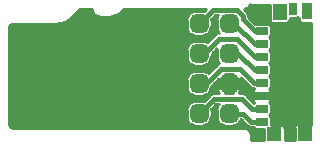
<source format=gbr>
G04 Generated by Ultiboard 14.3 *
%FSLAX34Y34*%
%MOMM*%

%ADD10C,0.0001*%
%ADD11C,0.2540*%
%ADD12C,0.0010*%
%ADD13C,0.4326*%
%ADD14C,1.00000*%
%ADD15C,0.4000*%
%ADD16R,1.2000X1.1500*%
%ADD17R,1.0000X0.7000*%
%ADD18R,1.2000X1.4500*%
%ADD19R,0.9000X1.4000*%
%ADD20R,0.7000X1.0000*%


G04 ColorRGB 00FF00 for the following layer *
%LNcopper top*%
%LPD*%
G54D10*
G36*
X239340Y38448D02*
X239340Y38448D01*
X227340Y38448D01*
G75*
D01*
G02X224788Y41000I0J2552*
G01*
X224788Y41000D01*
X224788Y54209D01*
X208687Y54209D01*
G74*
D01*
G02X204470Y50709I4217J791*
G01*
X204470Y50709D01*
X202987Y50709D01*
X205520Y48176D01*
G74*
D01*
G02X206910Y44829I3336J3347*
G01*
X206910Y44829D01*
X206910Y43666D01*
X212649Y37927D01*
G75*
D01*
G02X213440Y38052I791J-2427*
G01*
X213440Y38052D01*
X223440Y38052D01*
G74*
D01*
G02X225992Y35500I0J2552*
G01*
X225992Y35500D01*
X225992Y28500D01*
G75*
D01*
G02X225026Y26500I-2552J0*
G01*
G74*
D01*
G02X225992Y24500I1586J2000*
G01*
X225992Y24500D01*
X225992Y17500D01*
G75*
D01*
G02X225026Y15500I-2552J0*
G01*
G74*
D01*
G02X225992Y13500I1586J2000*
G01*
X225992Y13500D01*
X225992Y6500D01*
G74*
D01*
G02X225026Y4500I2552J0*
G01*
G74*
D01*
G02X225992Y2500I1586J2000*
G01*
X225992Y2500D01*
X225992Y-4500D01*
G75*
D01*
G02X225026Y-6500I-2552J0*
G01*
G74*
D01*
G02X225992Y-8500I1586J2000*
G01*
X225992Y-8500D01*
X225992Y-15500D01*
G75*
D01*
G02X225026Y-17500I-2552J0*
G01*
G74*
D01*
G02X225992Y-19500I1586J2000*
G01*
X225992Y-19500D01*
X225992Y-20854D01*
X210888Y-20854D01*
X210888Y-19500D01*
G74*
D01*
G02X211854Y-17500I2552J0*
G01*
G74*
D01*
G02X211195Y-16714I1586J2000*
G01*
G74*
D01*
G02X210357Y-16579I332J4714*
G01*
G74*
D01*
G02X208185Y-15342I1170J4579*
G01*
X208185Y-15342D01*
X200895Y-8051D01*
G74*
D01*
G02X201039Y-8949I7395J1649*
G01*
X201039Y-8949D01*
X194251Y-8949D01*
X194251Y-4862D01*
X186749Y-4862D01*
X186749Y-8949D01*
X181122Y-8949D01*
X175676Y-14395D01*
X175676Y-15700D01*
G75*
D01*
G02X168100Y-23276I-7576J0*
G01*
X168100Y-23276D01*
X162100Y-23276D01*
G75*
D01*
G02X154524Y-15700I0J7576*
G01*
X154524Y-15700D01*
X154524Y-9700D01*
G75*
D01*
G02X162100Y-2124I7576J0*
G01*
X162100Y-2124D01*
X168100Y-2124D01*
G74*
D01*
G02X172882Y-3823I0J7576*
G01*
X172882Y-3823D01*
X179910Y3206D01*
G74*
D01*
G02X181481Y4245I3342J3342*
G01*
G74*
D01*
G02X182052Y4435I1771J4381*
G01*
G75*
D01*
G02X179924Y9700I5448J5265*
G01*
X179924Y9700D01*
X179924Y15700D01*
G74*
D01*
G02X180014Y16867I7576J0*
G01*
X180014Y16867D01*
X175676Y12529D01*
X175676Y9700D01*
G74*
D01*
G02X168100Y2124I7576J0*
G01*
X168100Y2124D01*
X162100Y2124D01*
G75*
D01*
G02X154524Y9700I0J7576*
G01*
X154524Y9700D01*
X154524Y15700D01*
G75*
D01*
G02X162100Y23276I7576J0*
G01*
X162100Y23276D01*
X168100Y23276D01*
G74*
D01*
G02X171985Y22204I0J7576*
G01*
X171985Y22204D01*
X178404Y28624D01*
G74*
D01*
G02X180196Y29746I3342J3342*
G01*
G75*
D01*
G02X181746Y30008I1550J-4464*
G01*
X181746Y30008D01*
X181890Y30008D01*
G75*
D01*
G02X179924Y35100I5610J5092*
G01*
X179924Y35100D01*
X179924Y41100D01*
G74*
D01*
G02X180997Y44988I7576J0*
G01*
X180997Y44988D01*
X178671Y44988D01*
X175629Y41946D01*
G74*
D01*
G02X175676Y41100I7529J846*
G01*
X175676Y41100D01*
X175676Y35100D01*
G75*
D01*
G02X168100Y27524I-7576J0*
G01*
X168100Y27524D01*
X162100Y27524D01*
G75*
D01*
G02X154524Y35100I0J7576*
G01*
X154524Y35100D01*
X154524Y41100D01*
G75*
D01*
G02X162100Y48676I7576J0*
G01*
X162100Y48676D01*
X168100Y48676D01*
G74*
D01*
G02X168946Y48629I0J7576*
G01*
X168946Y48629D01*
X171026Y50709D01*
X101356Y50709D01*
X96708Y46140D01*
G74*
D01*
G02X96371Y45842I3008J3060*
G01*
G74*
D01*
G02X91490Y43750I5510J6115*
G01*
G74*
D01*
G02X90900Y43709I590J4250*
G01*
X90900Y43709D01*
X80900Y43709D01*
G75*
D01*
G02X80107Y43783I0J4291*
G01*
G74*
D01*
G02X74683Y49207I837J6261*
G01*
G75*
D01*
G02X74609Y50000I4217J793*
G01*
X74609Y50000D01*
X74609Y50709D01*
X64077Y50709D01*
X53420Y40152D01*
G74*
D01*
G02X53048Y39824I3020J3048*
G01*
G74*
D01*
G02X48218Y37754I5518J6205*
G01*
G74*
D01*
G02X47600Y37709I618J4246*
G01*
X47600Y37709D01*
X8000Y37709D01*
G75*
D01*
G02X7791Y37714I0J4291*
G01*
G74*
D01*
G03X4286Y34209I245J3750*
G01*
G74*
D01*
G02X4291Y34000I4286J209*
G01*
X4291Y34000D01*
X4291Y-47000D01*
G75*
D01*
G02X4285Y-47228I-4291J0*
G01*
G74*
D01*
G03X7772Y-50715I3715J228*
G01*
G75*
D01*
G02X8000Y-50709I228J-4285*
G01*
X8000Y-50709D01*
X204470Y-50709D01*
G74*
D01*
G02X208761Y-55000I0J4291*
G01*
X208761Y-55000D01*
X208761Y-60479D01*
X220388Y-60479D01*
X220388Y-51052D01*
X213440Y-51052D01*
G75*
D01*
G02X211201Y-49726I0J2552*
G01*
X211201Y-49726D01*
X209296Y-49726D01*
G75*
D01*
G02X207838Y-49495I0J4726*
G01*
G74*
D01*
G02X205954Y-48342I1458J4495*
G01*
X205954Y-48342D01*
X200787Y-43174D01*
G74*
D01*
G02X193500Y-48676I7287J2074*
G01*
X193500Y-48676D01*
X187500Y-48676D01*
G75*
D01*
G02X179924Y-41100I0J7576*
G01*
X179924Y-41100D01*
X179924Y-35100D01*
G74*
D01*
G02X181670Y-30262I7576J0*
G01*
X181670Y-30262D01*
X179621Y-30262D01*
X175629Y-34254D01*
G74*
D01*
G02X175676Y-35100I7529J846*
G01*
X175676Y-35100D01*
X175676Y-41100D01*
G75*
D01*
G02X168100Y-48676I-7576J0*
G01*
X168100Y-48676D01*
X162100Y-48676D01*
G75*
D01*
G02X154524Y-41100I0J7576*
G01*
X154524Y-41100D01*
X154524Y-35100D01*
G75*
D01*
G02X162100Y-27524I7576J0*
G01*
X162100Y-27524D01*
X168100Y-27524D01*
G74*
D01*
G02X168946Y-27571I0J7576*
G01*
X168946Y-27571D01*
X174322Y-22194D01*
G74*
D01*
G02X175893Y-21155I3342J3342*
G01*
G75*
D01*
G02X177664Y-20810I1771J-4381*
G01*
X177664Y-20810D01*
X181906Y-20810D01*
G74*
D01*
G02X179961Y-16451I5594J5110*
G01*
X179961Y-16451D01*
X186749Y-16451D01*
X186749Y-20810D01*
X194251Y-20810D01*
X194251Y-16451D01*
X201039Y-16451D01*
G74*
D01*
G02X199094Y-20810I7539J751*
G01*
X199094Y-20810D01*
X201434Y-20810D01*
G75*
D01*
G02X203070Y-21100I7J-4726*
G01*
G74*
D01*
G02X204788Y-22200I1629J4436*
G01*
X204788Y-22200D01*
X211468Y-28880D01*
G74*
D01*
G02X211854Y-28500I1972J1620*
G01*
G75*
D01*
G02X210888Y-26500I1586J2000*
G01*
X210888Y-26500D01*
X210888Y-25146D01*
X225992Y-25146D01*
X225992Y-26500D01*
G75*
D01*
G02X225026Y-28500I-2552J0*
G01*
G74*
D01*
G02X225992Y-30500I1586J2000*
G01*
X225992Y-30500D01*
X225992Y-37500D01*
G75*
D01*
G02X225026Y-39500I-2552J0*
G01*
G74*
D01*
G02X225992Y-41500I1586J2000*
G01*
X225992Y-41500D01*
X225992Y-47398D01*
X234940Y-47398D01*
G74*
D01*
G02X237492Y-49950I0J2552*
G01*
X237492Y-49950D01*
X237492Y-60479D01*
X246288Y-60479D01*
X246288Y-49950D01*
G75*
D01*
G02X248840Y-47398I2552J0*
G01*
X248840Y-47398D01*
X259869Y-47398D01*
X259869Y38948D01*
X251840Y38948D01*
G75*
D01*
G02X249288Y41500I0J2552*
G01*
X249288Y41500D01*
X249288Y43130D01*
G74*
D01*
G02X248340Y42948I948J2370*
G01*
X248340Y42948D01*
X241892Y42948D01*
X241892Y41000D01*
G75*
D01*
G02X239340Y38448I-2552J0*
G01*
D02*
G37*
%LPC*%
G36*
X185500Y-12700D02*
G75*
D01*
G02X185500Y-12700I5000J0*
G01*
D02*
G37*
%LPD*%
G54D11*
X185500Y-12700D02*
G75*
D01*
G02X185500Y-12700I5000J0*
G01*
X239340Y38448D02*
X227340Y38448D01*
G75*
D01*
G02X224788Y41000I0J2552*
G01*
X224788Y54209D01*
X208687Y54209D01*
G74*
D01*
G02X204470Y50709I4217J791*
G01*
X202987Y50709D01*
X205520Y48176D01*
G74*
D01*
G02X206910Y44829I3336J3347*
G01*
X206910Y43666D01*
X212649Y37927D01*
G75*
D01*
G02X213440Y38052I791J-2427*
G01*
X223440Y38052D01*
G74*
D01*
G02X225992Y35500I0J2552*
G01*
X225992Y28500D01*
G75*
D01*
G02X225026Y26500I-2552J0*
G01*
G74*
D01*
G02X225992Y24500I1586J2000*
G01*
X225992Y17500D01*
G75*
D01*
G02X225026Y15500I-2552J0*
G01*
G74*
D01*
G02X225992Y13500I1586J2000*
G01*
X225992Y6500D01*
G74*
D01*
G02X225026Y4500I2552J0*
G01*
G74*
D01*
G02X225992Y2500I1586J2000*
G01*
X225992Y-4500D01*
G75*
D01*
G02X225026Y-6500I-2552J0*
G01*
G74*
D01*
G02X225992Y-8500I1586J2000*
G01*
X225992Y-15500D01*
G75*
D01*
G02X225026Y-17500I-2552J0*
G01*
G74*
D01*
G02X225992Y-19500I1586J2000*
G01*
X225992Y-20854D01*
X210888Y-20854D01*
X210888Y-19500D01*
G74*
D01*
G02X211854Y-17500I2552J0*
G01*
G74*
D01*
G02X211195Y-16714I1586J2000*
G01*
G74*
D01*
G02X210357Y-16579I332J4714*
G01*
G74*
D01*
G02X208185Y-15342I1170J4579*
G01*
X200895Y-8051D01*
G74*
D01*
G02X201039Y-8949I7395J1649*
G01*
X194251Y-8949D01*
X194251Y-4862D01*
X186749Y-4862D01*
X186749Y-8949D01*
X181122Y-8949D01*
X175676Y-14395D01*
X175676Y-15700D01*
G75*
D01*
G02X168100Y-23276I-7576J0*
G01*
X162100Y-23276D01*
G75*
D01*
G02X154524Y-15700I0J7576*
G01*
X154524Y-9700D01*
G75*
D01*
G02X162100Y-2124I7576J0*
G01*
X168100Y-2124D01*
G74*
D01*
G02X172882Y-3823I0J7576*
G01*
X179910Y3206D01*
G74*
D01*
G02X181481Y4245I3342J3342*
G01*
G74*
D01*
G02X182052Y4435I1771J4381*
G01*
G75*
D01*
G02X179924Y9700I5448J5265*
G01*
X179924Y15700D01*
G74*
D01*
G02X180014Y16867I7576J0*
G01*
X175676Y12529D01*
X175676Y9700D01*
G74*
D01*
G02X168100Y2124I7576J0*
G01*
X162100Y2124D01*
G75*
D01*
G02X154524Y9700I0J7576*
G01*
X154524Y15700D01*
G75*
D01*
G02X162100Y23276I7576J0*
G01*
X168100Y23276D01*
G74*
D01*
G02X171985Y22204I0J7576*
G01*
X178404Y28624D01*
G74*
D01*
G02X180196Y29746I3342J3342*
G01*
G75*
D01*
G02X181746Y30008I1550J-4464*
G01*
X181890Y30008D01*
G75*
D01*
G02X179924Y35100I5610J5092*
G01*
X179924Y41100D01*
G74*
D01*
G02X180997Y44988I7576J0*
G01*
X178671Y44988D01*
X175629Y41946D01*
G74*
D01*
G02X175676Y41100I7529J846*
G01*
X175676Y35100D01*
G75*
D01*
G02X168100Y27524I-7576J0*
G01*
X162100Y27524D01*
G75*
D01*
G02X154524Y35100I0J7576*
G01*
X154524Y41100D01*
G75*
D01*
G02X162100Y48676I7576J0*
G01*
X168100Y48676D01*
G74*
D01*
G02X168946Y48629I0J7576*
G01*
X171026Y50709D01*
X101356Y50709D01*
X96708Y46140D01*
G74*
D01*
G02X96371Y45842I3008J3060*
G01*
G74*
D01*
G02X91490Y43750I5510J6115*
G01*
G74*
D01*
G02X90900Y43709I590J4250*
G01*
X80900Y43709D01*
G75*
D01*
G02X80107Y43783I0J4291*
G01*
G74*
D01*
G02X74683Y49207I837J6261*
G01*
G75*
D01*
G02X74609Y50000I4217J793*
G01*
X74609Y50709D01*
X64077Y50709D01*
X53420Y40152D01*
G74*
D01*
G02X53048Y39824I3020J3048*
G01*
G74*
D01*
G02X48218Y37754I5518J6205*
G01*
G74*
D01*
G02X47600Y37709I618J4246*
G01*
X8000Y37709D01*
G75*
D01*
G02X7791Y37714I0J4291*
G01*
G74*
D01*
G03X4286Y34209I245J3750*
G01*
G74*
D01*
G02X4291Y34000I4286J209*
G01*
X4291Y-47000D01*
G75*
D01*
G02X4285Y-47228I-4291J0*
G01*
G74*
D01*
G03X7772Y-50715I3715J228*
G01*
G75*
D01*
G02X8000Y-50709I228J-4285*
G01*
X204470Y-50709D01*
G74*
D01*
G02X208761Y-55000I0J4291*
G01*
X208761Y-60479D01*
X220388Y-60479D01*
X220388Y-51052D01*
X213440Y-51052D01*
G75*
D01*
G02X211201Y-49726I0J2552*
G01*
X209296Y-49726D01*
G75*
D01*
G02X207838Y-49495I0J4726*
G01*
G74*
D01*
G02X205954Y-48342I1458J4495*
G01*
X200787Y-43174D01*
G74*
D01*
G02X193500Y-48676I7287J2074*
G01*
X187500Y-48676D01*
G75*
D01*
G02X179924Y-41100I0J7576*
G01*
X179924Y-35100D01*
G74*
D01*
G02X181670Y-30262I7576J0*
G01*
X179621Y-30262D01*
X175629Y-34254D01*
G74*
D01*
G02X175676Y-35100I7529J846*
G01*
X175676Y-41100D01*
G75*
D01*
G02X168100Y-48676I-7576J0*
G01*
X162100Y-48676D01*
G75*
D01*
G02X154524Y-41100I0J7576*
G01*
X154524Y-35100D01*
G75*
D01*
G02X162100Y-27524I7576J0*
G01*
X168100Y-27524D01*
G74*
D01*
G02X168946Y-27571I0J7576*
G01*
X174322Y-22194D01*
G74*
D01*
G02X175893Y-21155I3342J3342*
G01*
G75*
D01*
G02X177664Y-20810I1771J-4381*
G01*
X181906Y-20810D01*
G74*
D01*
G02X179961Y-16451I5594J5110*
G01*
X186749Y-16451D01*
X186749Y-20810D01*
X194251Y-20810D01*
X194251Y-16451D01*
X201039Y-16451D01*
G74*
D01*
G02X199094Y-20810I7539J751*
G01*
X201434Y-20810D01*
G75*
D01*
G02X203070Y-21100I7J-4726*
G01*
G74*
D01*
G02X204788Y-22200I1629J4436*
G01*
X211468Y-28880D01*
G74*
D01*
G02X211854Y-28500I1972J1620*
G01*
G75*
D01*
G02X210888Y-26500I1586J2000*
G01*
X210888Y-25146D01*
X225992Y-25146D01*
X225992Y-26500D01*
G75*
D01*
G02X225026Y-28500I-2552J0*
G01*
G74*
D01*
G02X225992Y-30500I1586J2000*
G01*
X225992Y-37500D01*
G75*
D01*
G02X225026Y-39500I-2552J0*
G01*
G74*
D01*
G02X225992Y-41500I1586J2000*
G01*
X225992Y-47398D01*
X234940Y-47398D01*
G74*
D01*
G02X237492Y-49950I0J2552*
G01*
X237492Y-60479D01*
X246288Y-60479D01*
X246288Y-49950D01*
G75*
D01*
G02X248840Y-47398I2552J0*
G01*
X259869Y-47398D01*
X259869Y38948D01*
X251840Y38948D01*
G75*
D01*
G02X249288Y41500I0J2552*
G01*
X249288Y43130D01*
G74*
D01*
G02X248340Y42948I948J2370*
G01*
X241892Y42948D01*
X241892Y41000D01*
G75*
D01*
G02X239340Y38448I-2552J0*
G01*
G54D12*
G36*
X157100Y-41100D02*
X157100Y-35100D01*
X173100Y-35100D01*
X173100Y-41100D01*
X157100Y-41100D01*
G37*
G36*
X162100Y-46100D02*
X162100Y-30100D01*
X168100Y-30100D01*
X168100Y-46100D01*
X162100Y-46100D01*
G37*
G36*
X182500Y-41100D02*
X182500Y-35100D01*
X198500Y-35100D01*
X198500Y-41100D01*
X182500Y-41100D01*
G37*
G36*
X187500Y-46100D02*
X187500Y-30100D01*
X193500Y-30100D01*
X193500Y-46100D01*
X187500Y-46100D01*
G37*
G36*
X157100Y-15700D02*
X157100Y-9700D01*
X173100Y-9700D01*
X173100Y-15700D01*
X157100Y-15700D01*
G37*
G36*
X162100Y-20700D02*
X162100Y-4700D01*
X168100Y-4700D01*
X168100Y-20700D01*
X162100Y-20700D01*
G37*
G36*
X182500Y-15700D02*
X182500Y-9700D01*
X198500Y-9700D01*
X198500Y-15700D01*
X182500Y-15700D01*
G37*
G36*
X187500Y-20700D02*
X187500Y-4700D01*
X193500Y-4700D01*
X193500Y-20700D01*
X187500Y-20700D01*
G37*
G36*
X157100Y9700D02*
X157100Y15700D01*
X173100Y15700D01*
X173100Y9700D01*
X157100Y9700D01*
G37*
G36*
X162100Y4700D02*
X162100Y20700D01*
X168100Y20700D01*
X168100Y4700D01*
X162100Y4700D01*
G37*
G36*
X182500Y9700D02*
X182500Y15700D01*
X198500Y15700D01*
X198500Y9700D01*
X182500Y9700D01*
G37*
G36*
X187500Y4700D02*
X187500Y20700D01*
X193500Y20700D01*
X193500Y4700D01*
X187500Y4700D01*
G37*
G36*
X157100Y35100D02*
X157100Y41100D01*
X173100Y41100D01*
X173100Y35100D01*
X157100Y35100D01*
G37*
G36*
X162100Y30100D02*
X162100Y46100D01*
X168100Y46100D01*
X168100Y30100D01*
X162100Y30100D01*
G37*
G36*
X182500Y35100D02*
X182500Y41100D01*
X198500Y41100D01*
X198500Y35100D01*
X182500Y35100D01*
G37*
G36*
X187500Y30100D02*
X187500Y46100D01*
X193500Y46100D01*
X193500Y30100D01*
X187500Y30100D01*
G37*
G54D13*
X202396Y-38100D02*
X190500Y-38100D01*
X209296Y-45000D02*
X202396Y-38100D01*
X209296Y-45000D02*
X218440Y-45000D01*
X177664Y-25536D02*
X165100Y-38100D01*
X201441Y-25536D02*
X177664Y-25536D01*
X209905Y-34000D02*
X201441Y-25536D01*
X209905Y-34000D02*
X218440Y-34000D01*
X210820Y-23000D02*
X200520Y-12700D01*
X190500Y-12700D01*
X210820Y-23000D02*
X218440Y-23000D01*
X183252Y-136D02*
X170688Y-12700D01*
X165100Y-12700D01*
X199663Y-136D02*
X183252Y-136D01*
X211527Y-12000D02*
X199663Y-136D01*
X211527Y-12000D02*
X218440Y-12000D01*
X212090Y-1000D02*
X198390Y12700D01*
X190500Y12700D01*
X212090Y-1000D02*
X218440Y-1000D01*
X181746Y25282D02*
X169164Y12700D01*
X165100Y12700D01*
X196808Y25282D02*
X181746Y25282D01*
X212090Y10000D02*
X196808Y25282D01*
X212090Y10000D02*
X218440Y10000D01*
X212090Y21000D02*
X194990Y38100D01*
X190500Y38100D01*
X212090Y21000D02*
X218440Y21000D01*
X176714Y49714D02*
X165100Y38100D01*
X197299Y49714D02*
X176714Y49714D01*
X202184Y44829D02*
X197299Y49714D01*
X212143Y31750D02*
X202184Y41709D01*
X202184Y44829D01*
X218190Y31750D02*
X212143Y31750D01*
G54D14*
X162100Y-35100D03*
X168100Y-35100D03*
X162100Y-41100D03*
X168100Y-41100D03*
X187500Y-35100D03*
X193500Y-35100D03*
X187500Y-41100D03*
X193500Y-41100D03*
X162100Y-9700D03*
X168100Y-9700D03*
X162100Y-15700D03*
X168100Y-15700D03*
X187500Y-9700D03*
X193500Y-9700D03*
X187500Y-15700D03*
X193500Y-15700D03*
X162100Y15700D03*
X168100Y15700D03*
X162100Y9700D03*
X168100Y9700D03*
X187500Y15700D03*
X193500Y15700D03*
X187500Y9700D03*
X193500Y9700D03*
X162100Y41100D03*
X168100Y41100D03*
X162100Y35100D03*
X168100Y35100D03*
X187500Y41100D03*
X193500Y41100D03*
X187500Y35100D03*
X193500Y35100D03*
G54D15*
X47498Y-17780D03*
X47498Y-28194D03*
X47498Y-39370D03*
X47498Y-50292D03*
X47498Y-6350D03*
X47498Y4572D03*
X47498Y15494D03*
X47498Y26416D03*
X47498Y37338D03*
X65024Y49276D03*
X65024Y37592D03*
X65024Y26416D03*
X65024Y15494D03*
X65024Y4572D03*
X65024Y-6350D03*
X65024Y-17780D03*
X65024Y-28194D03*
X65024Y-39370D03*
X65024Y-50292D03*
X72898Y49276D03*
X86360Y37592D03*
X81280Y42164D03*
X91440Y42164D03*
X86360Y-39370D03*
X86360Y-50292D03*
X86360Y-17780D03*
X86360Y-28194D03*
X86360Y15494D03*
X86360Y4572D03*
X86360Y-6350D03*
X86360Y26416D03*
X102108Y49022D03*
X102108Y-39370D03*
X102108Y-50292D03*
X102108Y-17780D03*
X102108Y-28194D03*
X102108Y15494D03*
X102108Y4572D03*
X102108Y-6350D03*
X102108Y37592D03*
X102108Y26416D03*
X122174Y-39370D03*
X122174Y-50292D03*
X143510Y-39370D03*
X143510Y-50292D03*
X122174Y-17780D03*
X122174Y-28194D03*
X143510Y-17780D03*
X143510Y-28194D03*
X122174Y15494D03*
X122174Y4572D03*
X122174Y-6350D03*
X143510Y15494D03*
X143510Y4572D03*
X143510Y-6350D03*
X122174Y37592D03*
X122174Y26416D03*
X143510Y26416D03*
X122174Y49022D03*
X141478Y37592D03*
X141478Y49022D03*
X154432Y-5588D03*
X154432Y6096D03*
X154178Y-43942D03*
X154432Y31496D03*
X154432Y49022D03*
X154432Y19558D03*
X187452Y-49784D03*
X165100Y-25400D03*
X179832Y-31242D03*
X177800Y-20066D03*
X179578Y44196D03*
X223012Y52578D03*
X212852Y39116D03*
X205232Y49784D03*
X225298Y38354D03*
X226314Y26670D03*
X226314Y4572D03*
X226314Y15494D03*
X226314Y-6350D03*
X226314Y-17526D03*
X226314Y-28448D03*
X226314Y-39624D03*
X226822Y-46482D03*
X241808Y-59690D03*
X258826Y-46482D03*
X258826Y-28448D03*
X258826Y-6350D03*
X258826Y15748D03*
X258826Y38100D03*
X245618Y42164D03*
X201168Y-44704D03*
X209550Y-59690D03*
X219456Y-51816D03*
X210820Y-50546D03*
X210058Y-26162D03*
X201168Y-19812D03*
X202184Y-10414D03*
X210566Y-17526D03*
X154432Y-31750D03*
X154178Y-18796D03*
X176022Y-44196D03*
X178816Y-12700D03*
X177800Y13462D03*
X176530Y38608D03*
G54D16*
X228940Y-55700D03*
X254840Y-55700D03*
G54D17*
X218440Y-45000D03*
X218440Y-34000D03*
X218440Y-23000D03*
X218440Y-12000D03*
X218440Y-1000D03*
X218440Y10000D03*
X218440Y21000D03*
X218440Y32000D03*
G54D18*
X233340Y48250D03*
G54D19*
X256340Y48500D03*
G54D20*
X244840Y50500D03*

M02*

</source>
